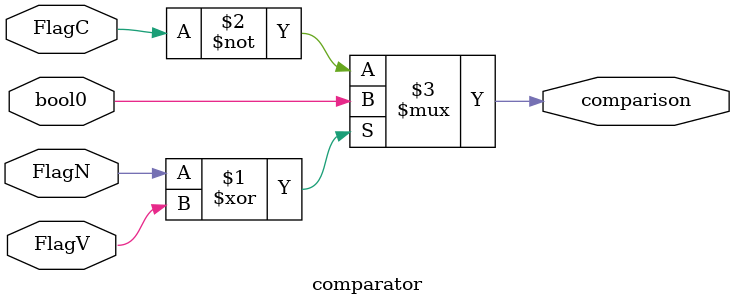
<source format=sv>
`timescale 1ns / 1ps


module comparator(
    input wire FlagN, FlagV, FlagC, bool0,
    output wire comparison
    );
    
    //assign comparison = bool0 ? FlagN^FlagV : ~FlagC;
    assign comparison = (FlagN^FlagV) ? bool0 : ~FlagC;
    
endmodule

</source>
